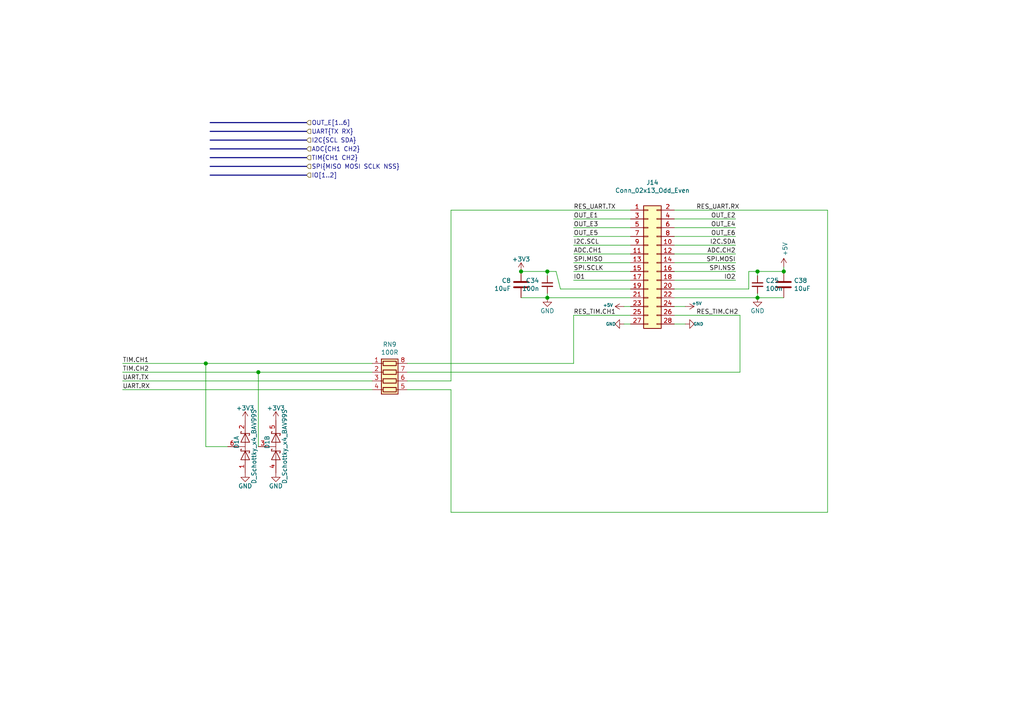
<source format=kicad_sch>
(kicad_sch (version 20210126) (generator eeschema)
  (paper "A4")
  (lib_symbols
    (symbol "Connector_Generic:Conn_02x14_Odd_Even" (pin_names (offset 1.016) hide)
      (property "Reference" "J" (at 1.27 17.78 0))
      (property "Value" "Conn_02x14_Odd_Even" (at 1.27 -20.32 0))
      (symbol "Conn_02x14_Odd_Even_1_1"
        (rectangle (start -1.27 -4.953) (end 0 -5.207) (stroke (width 0.1524)))
        (rectangle (start -1.27 -7.493) (end 0 -7.747) (stroke (width 0.1524)))
        (rectangle (start -1.27 -10.033) (end 0 -10.287) (stroke (width 0.1524)))
        (rectangle (start -1.27 -12.573) (end 0 -12.827) (stroke (width 0.1524)))
        (rectangle (start -1.27 -15.113) (end 0 -15.367) (stroke (width 0.1524)))
        (rectangle (start -1.27 -17.653) (end 0 -17.907) (stroke (width 0.1524)))
        (rectangle (start -1.27 -2.413) (end 0 -2.667) (stroke (width 0.1524)))
        (rectangle (start -1.27 2.667) (end 0 2.413) (stroke (width 0.1524)))
        (rectangle (start -1.27 5.207) (end 0 4.953) (stroke (width 0.1524)))
        (rectangle (start -1.27 7.747) (end 0 7.493) (stroke (width 0.1524)))
        (rectangle (start -1.27 10.287) (end 0 10.033) (stroke (width 0.1524)))
        (rectangle (start -1.27 0.127) (end 0 -0.127) (stroke (width 0.1524)))
        (rectangle (start -1.27 12.827) (end 0 12.573) (stroke (width 0.1524)))
        (rectangle (start -1.27 15.367) (end 0 15.113) (stroke (width 0.1524)))
        (rectangle (start -1.27 16.51) (end 3.81 -19.05) (stroke (width 0.254)) (fill (type background)))
        (rectangle (start 3.81 -4.953) (end 2.54 -5.207) (stroke (width 0.1524)))
        (rectangle (start 3.81 -7.493) (end 2.54 -7.747) (stroke (width 0.1524)))
        (rectangle (start 3.81 -10.033) (end 2.54 -10.287) (stroke (width 0.1524)))
        (rectangle (start 3.81 -12.573) (end 2.54 -12.827) (stroke (width 0.1524)))
        (rectangle (start 3.81 -15.113) (end 2.54 -15.367) (stroke (width 0.1524)))
        (rectangle (start 3.81 -17.653) (end 2.54 -17.907) (stroke (width 0.1524)))
        (rectangle (start 3.81 -2.413) (end 2.54 -2.667) (stroke (width 0.1524)))
        (rectangle (start 3.81 2.667) (end 2.54 2.413) (stroke (width 0.1524)))
        (rectangle (start 3.81 5.207) (end 2.54 4.953) (stroke (width 0.1524)))
        (rectangle (start 3.81 7.747) (end 2.54 7.493) (stroke (width 0.1524)))
        (rectangle (start 3.81 10.287) (end 2.54 10.033) (stroke (width 0.1524)))
        (rectangle (start 3.81 0.127) (end 2.54 -0.127) (stroke (width 0.1524)))
        (rectangle (start 3.81 12.827) (end 2.54 12.573) (stroke (width 0.1524)))
        (rectangle (start 3.81 15.367) (end 2.54 15.113) (stroke (width 0.1524)))
        (pin passive line (at -5.08 15.24 0) (length 3.81) (name "Pin_1") (number "1"))
        (pin passive line (at 7.62 5.08 180) (length 3.81) (name "Pin_10") (number "10"))
        (pin passive line (at -5.08 2.54 0) (length 3.81) (name "Pin_11") (number "11"))
        (pin passive line (at 7.62 2.54 180) (length 3.81) (name "Pin_12") (number "12"))
        (pin passive line (at -5.08 0 0) (length 3.81) (name "Pin_13") (number "13"))
        (pin passive line (at 7.62 0 180) (length 3.81) (name "Pin_14") (number "14"))
        (pin passive line (at -5.08 -2.54 0) (length 3.81) (name "Pin_15") (number "15"))
        (pin passive line (at 7.62 -2.54 180) (length 3.81) (name "Pin_16") (number "16"))
        (pin passive line (at -5.08 -5.08 0) (length 3.81) (name "Pin_17") (number "17"))
        (pin passive line (at 7.62 -5.08 180) (length 3.81) (name "Pin_18") (number "18"))
        (pin passive line (at -5.08 -7.62 0) (length 3.81) (name "Pin_19") (number "19"))
        (pin passive line (at 7.62 15.24 180) (length 3.81) (name "Pin_2") (number "2"))
        (pin passive line (at 7.62 -7.62 180) (length 3.81) (name "Pin_20") (number "20"))
        (pin passive line (at -5.08 -10.16 0) (length 3.81) (name "Pin_21") (number "21"))
        (pin passive line (at 7.62 -10.16 180) (length 3.81) (name "Pin_22") (number "22"))
        (pin passive line (at -5.08 -12.7 0) (length 3.81) (name "Pin_23") (number "23"))
        (pin passive line (at 7.62 -12.7 180) (length 3.81) (name "Pin_24") (number "24"))
        (pin passive line (at -5.08 -15.24 0) (length 3.81) (name "Pin_25") (number "25"))
        (pin passive line (at 7.62 -15.24 180) (length 3.81) (name "Pin_26") (number "26"))
        (pin passive line (at -5.08 -17.78 0) (length 3.81) (name "Pin_27") (number "27"))
        (pin passive line (at 7.62 -17.78 180) (length 3.81) (name "Pin_28") (number "28"))
        (pin passive line (at -5.08 12.7 0) (length 3.81) (name "Pin_3") (number "3"))
        (pin passive line (at 7.62 12.7 180) (length 3.81) (name "Pin_4") (number "4"))
        (pin passive line (at -5.08 10.16 0) (length 3.81) (name "Pin_5") (number "5"))
        (pin passive line (at 7.62 10.16 180) (length 3.81) (name "Pin_6") (number "6"))
        (pin passive line (at -5.08 7.62 0) (length 3.81) (name "Pin_7") (number "7"))
        (pin passive line (at 7.62 7.62 180) (length 3.81) (name "Pin_8") (number "8"))
        (pin passive line (at -5.08 5.08 0) (length 3.81) (name "Pin_9") (number "9"))
      )
    )
    (symbol "Uni_Printer-rescue:C-Device" (pin_numbers hide) (pin_names (offset 0.254))
      (property "Reference" "C" (at 0.635 2.54 0))
      (property "Value" "C-Device" (at 0.635 -2.54 0))
      (symbol "C-Device_0_1"
        (polyline (pts (xy -2.032 -0.762) (xy 2.032 -0.762)) (stroke (width 0.508)))
        (polyline (pts (xy -2.032 0.762) (xy 2.032 0.762)) (stroke (width 0.508)))
      )
      (symbol "C-Device_1_1"
        (pin passive line (at 0 3.81 270) (length 2.794) (name "~") (number "1"))
        (pin passive line (at 0 -3.81 90) (length 2.794) (name "~") (number "2"))
      )
    )
    (symbol "Uni_Printer-rescue:C_Small-Device" (pin_numbers hide) (pin_names (offset 0.254) hide)
      (property "Reference" "C" (at 0.254 1.778 0))
      (property "Value" "C_Small-Device" (at 0.254 -2.032 0))
      (symbol "C_Small-Device_0_1"
        (polyline (pts (xy -1.524 -0.508) (xy 1.524 -0.508)) (stroke (width 0.3302)))
        (polyline (pts (xy -1.524 0.508) (xy 1.524 0.508)) (stroke (width 0.3048)))
      )
      (symbol "C_Small-Device_1_1"
        (pin passive line (at 0 2.54 270) (length 2.032) (name "~") (number "1"))
        (pin passive line (at 0 -2.54 90) (length 2.032) (name "~") (number "2"))
      )
    )
    (symbol "Uni_Printer-rescue:D_Schottky_x4_BAV99S-RESCUE-step2cnc-Sensor_tank_v1-rescue-Uni_General_v1-rescue-Uni_Printer_v1-rescue" (pin_names (offset 0.762) hide)
      (property "Reference" "D" (at 1.27 -2.54 0))
      (property "Value" "D_Schottky_x4_BAV99S-RESCUE-step2cnc-Sensor_tank_v1-rescue-Uni_General_v1-rescue-Uni_Printer_v1-rescue" (at 0 2.54 0))
      (symbol "D_Schottky_x4_BAV99S-RESCUE-step2cnc-Sensor_tank_v1-rescue-Uni_General_v1-rescue-Uni_Printer_v1-rescue_0_1"
        (polyline (pts (xy 0 0) (xy 0 -2.54)))
        (polyline (pts (xy 3.81 0) (xy -3.81 0)))
        (polyline (pts (xy -1.27 -1.27) (xy -1.27 1.27) (xy -1.27 1.27)) (stroke (width 0.2032)))
        (polyline (pts (xy 3.81 1.27) (xy 3.81 -1.27) (xy 3.81 -1.27)) (stroke (width 0.2032)))
        (polyline (pts (xy -1.27 -1.27) (xy -0.762 -1.27) (xy -0.762 -1.016) (xy -0.762 -1.016)) (stroke (width 0.2032)))
        (polyline (pts (xy 3.81 -1.27) (xy 4.318 -1.27) (xy 4.318 -1.016) (xy 4.318 -1.016)) (stroke (width 0.2032)))
        (polyline (pts (xy 3.81 1.27) (xy 3.302 1.27) (xy 3.302 1.016) (xy 3.302 1.016)) (stroke (width 0.2032)))
        (polyline (pts (xy -1.778 1.016) (xy -1.778 1.27) (xy -1.27 1.27) (xy -1.27 1.27) (xy -1.27 1.27)) (stroke (width 0.2032)))
        (polyline (pts (xy -3.81 1.27) (xy -1.27 0) (xy -3.81 -1.27) (xy -3.81 1.27) (xy -3.81 1.27) (xy -3.81 1.27)) (stroke (width 0.2032)))
        (polyline (pts (xy 1.27 1.27) (xy 3.81 0) (xy 1.27 -1.27) (xy 1.27 1.27) (xy 1.27 1.27) (xy 1.27 1.27)) (stroke (width 0.2032)))
      )
      (symbol "D_Schottky_x4_BAV99S-RESCUE-step2cnc-Sensor_tank_v1-rescue-Uni_General_v1-rescue-Uni_Printer_v1-rescue_1_1"
        (pin passive line (at -7.62 0 0) (length 3.81) (name "A") (number "1"))
        (pin passive line (at 7.62 0 180) (length 3.81) (name "K") (number "2"))
        (pin passive line (at 0 -5.08 90) (length 2.54) (name "C") (number "6"))
      )
      (symbol "D_Schottky_x4_BAV99S-RESCUE-step2cnc-Sensor_tank_v1-rescue-Uni_General_v1-rescue-Uni_Printer_v1-rescue_2_1"
        (pin passive line (at 0 -5.08 90) (length 2.54) (name "C") (number "3"))
        (pin passive line (at -7.62 0 0) (length 3.81) (name "A") (number "4"))
        (pin passive line (at 7.62 0 180) (length 3.81) (name "K") (number "5"))
      )
    )
    (symbol "Uni_Printer-rescue:GND-Sensor_tank_v1-rescue-Uni_General_v1-rescue-Uni_Printer_v1-rescue" (power) (pin_names (offset 0))
      (property "Value" "GND-Sensor_tank_v1-rescue-Uni_General_v1-rescue-Uni_Printer_v1-rescue" (at 0 -3.81 0))
      (symbol "GND-Sensor_tank_v1-rescue-Uni_General_v1-rescue-Uni_Printer_v1-rescue_0_1"
        (polyline (pts (xy 0 0) (xy 0 -1.27) (xy 1.27 -1.27) (xy 0 -2.54) (xy -1.27 -1.27) (xy 0 -1.27)))
      )
      (symbol "GND-Sensor_tank_v1-rescue-Uni_General_v1-rescue-Uni_Printer_v1-rescue_1_1"
        (pin power_in line (at 0 0 270) (length 0) hide (name "GND") (number "1"))
      )
    )
    (symbol "Uni_Printer-rescue:R_Pack04-Device" (pin_names (offset 0) hide)
      (property "Reference" "RN" (at -7.62 0 90))
      (property "Value" "R_Pack04-Device" (at 5.08 0 90))
      (symbol "R_Pack04-Device_0_1"
        (rectangle (start -5.715 1.905) (end -4.445 -1.905) (stroke (width 0.254)))
        (rectangle (start -3.175 1.905) (end -1.905 -1.905) (stroke (width 0.254)))
        (rectangle (start -0.635 1.905) (end 0.635 -1.905) (stroke (width 0.254)))
        (rectangle (start 1.905 1.905) (end 3.175 -1.905) (stroke (width 0.254)))
        (rectangle (start -6.35 -2.413) (end 3.81 2.413) (stroke (width 0.254)) (fill (type background)))
        (polyline (pts (xy -5.08 -2.54) (xy -5.08 -1.905)))
        (polyline (pts (xy -5.08 1.905) (xy -5.08 2.54)))
        (polyline (pts (xy -2.54 -2.54) (xy -2.54 -1.905)))
        (polyline (pts (xy -2.54 1.905) (xy -2.54 2.54)))
        (polyline (pts (xy 0 -2.54) (xy 0 -1.905)))
        (polyline (pts (xy 0 1.905) (xy 0 2.54)))
        (polyline (pts (xy 2.54 -2.54) (xy 2.54 -1.905)))
        (polyline (pts (xy 2.54 1.905) (xy 2.54 2.54)))
      )
      (symbol "R_Pack04-Device_1_1"
        (pin passive line (at -5.08 -5.08 90) (length 2.54) (name "R1.1") (number "1"))
        (pin passive line (at -2.54 -5.08 90) (length 2.54) (name "R2.1") (number "2"))
        (pin passive line (at 0 -5.08 90) (length 2.54) (name "R3.1") (number "3"))
        (pin passive line (at 2.54 -5.08 90) (length 2.54) (name "R4.1") (number "4"))
        (pin passive line (at 2.54 5.08 270) (length 2.54) (name "R4.2") (number "5"))
        (pin passive line (at 0 5.08 270) (length 2.54) (name "R3.2") (number "6"))
        (pin passive line (at -2.54 5.08 270) (length 2.54) (name "R2.2") (number "7"))
        (pin passive line (at -5.08 5.08 270) (length 2.54) (name "R1.2") (number "8"))
      )
    )
    (symbol "mfc_base_lib:+5V" (power) (pin_names (offset 0))
      (property "Value" "+5V" (at 0 3.556 0))
      (symbol "+5V_0_1"
        (polyline (pts (xy -0.762 1.27) (xy 0 2.54)))
        (polyline (pts (xy 0 0) (xy 0 2.54)))
        (polyline (pts (xy 0 2.54) (xy 0.762 1.27)))
      )
      (symbol "+5V_1_1"
        (pin power_in line (at 0 0 90) (length 0) hide (name "+5V") (number "1"))
      )
    )
    (symbol "power:+3V3" (power) (pin_names (offset 0))
      (property "Value" "+3V3" (at 0 3.556 0))
      (symbol "+3V3_0_1"
        (polyline (pts (xy -0.762 1.27) (xy 0 2.54)))
        (polyline (pts (xy 0 0) (xy 0 2.54)))
        (polyline (pts (xy 0 2.54) (xy 0.762 1.27)))
      )
      (symbol "+3V3_1_1"
        (pin power_in line (at 0 0 90) (length 0) hide (name "+3V3") (number "1"))
      )
    )
  )
  (junction (at 59.69 105.41) (diameter 1.016))
  (junction (at 74.93 107.95) (diameter 1.016))
  (junction (at 151.13 78.74) (diameter 1.016))
  (junction (at 158.75 78.74) (diameter 1.016))
  (junction (at 158.75 86.36) (diameter 1.016))
  (junction (at 219.71 78.74) (diameter 1.016))
  (junction (at 219.71 86.36) (diameter 1.016))
  (junction (at 227.33 78.74) (diameter 1.016))
  (wire (pts (xy 35.56 105.41) (xy 59.69 105.41)))
  (wire (pts (xy 35.56 107.95) (xy 74.93 107.95)))
  (wire (pts (xy 35.56 110.49) (xy 107.95 110.49)))
  (wire (pts (xy 35.56 113.03) (xy 107.95 113.03)))
  (wire (pts (xy 59.69 105.41) (xy 107.95 105.41)))
  (wire (pts (xy 59.69 129.54) (xy 59.69 105.41)))
  (wire (pts (xy 66.04 129.54) (xy 59.69 129.54)))
  (wire (pts (xy 74.93 107.95) (xy 74.93 129.54)))
  (wire (pts (xy 74.93 107.95) (xy 107.95 107.95)))
  (wire (pts (xy 118.11 105.41) (xy 166.37 105.41)))
  (wire (pts (xy 118.11 107.95) (xy 214.63 107.95)))
  (wire (pts (xy 118.11 113.03) (xy 130.81 113.03)))
  (wire (pts (xy 130.81 60.96) (xy 130.81 110.49)))
  (wire (pts (xy 130.81 110.49) (xy 118.11 110.49)))
  (wire (pts (xy 130.81 113.03) (xy 130.81 148.59)))
  (wire (pts (xy 130.81 148.59) (xy 240.03 148.59)))
  (wire (pts (xy 158.75 78.74) (xy 151.13 78.74)))
  (wire (pts (xy 158.75 78.74) (xy 158.75 80.01)))
  (wire (pts (xy 158.75 78.74) (xy 161.29 78.74)))
  (wire (pts (xy 158.75 85.09) (xy 158.75 86.36)))
  (wire (pts (xy 158.75 86.36) (xy 151.13 86.36)))
  (wire (pts (xy 158.75 86.36) (xy 182.88 86.36)))
  (wire (pts (xy 161.29 78.74) (xy 162.56 83.82)))
  (wire (pts (xy 162.56 83.82) (xy 182.88 83.82)))
  (wire (pts (xy 166.37 63.5) (xy 182.88 63.5)))
  (wire (pts (xy 166.37 66.04) (xy 182.88 66.04)))
  (wire (pts (xy 166.37 68.58) (xy 182.88 68.58)))
  (wire (pts (xy 166.37 71.12) (xy 182.88 71.12)))
  (wire (pts (xy 166.37 73.66) (xy 182.88 73.66)))
  (wire (pts (xy 166.37 76.2) (xy 182.88 76.2)))
  (wire (pts (xy 166.37 78.74) (xy 182.88 78.74)))
  (wire (pts (xy 166.37 81.28) (xy 182.88 81.28)))
  (wire (pts (xy 166.37 91.44) (xy 166.37 105.41)))
  (wire (pts (xy 180.975 88.9) (xy 182.88 88.9)))
  (wire (pts (xy 180.975 93.98) (xy 182.88 93.98)))
  (wire (pts (xy 182.88 60.96) (xy 130.81 60.96)))
  (wire (pts (xy 182.88 91.44) (xy 166.37 91.44)))
  (wire (pts (xy 195.58 63.5) (xy 213.36 63.5)))
  (wire (pts (xy 195.58 66.04) (xy 213.36 66.04)))
  (wire (pts (xy 195.58 68.58) (xy 213.36 68.58)))
  (wire (pts (xy 195.58 71.12) (xy 213.36 71.12)))
  (wire (pts (xy 195.58 73.66) (xy 213.36 73.66)))
  (wire (pts (xy 195.58 76.2) (xy 213.36 76.2)))
  (wire (pts (xy 195.58 78.74) (xy 213.36 78.74)))
  (wire (pts (xy 195.58 81.28) (xy 213.36 81.28)))
  (wire (pts (xy 195.58 86.36) (xy 219.71 86.36)))
  (wire (pts (xy 195.58 88.9) (xy 198.755 88.9)))
  (wire (pts (xy 195.58 93.98) (xy 198.755 93.98)))
  (wire (pts (xy 214.63 91.44) (xy 195.58 91.44)))
  (wire (pts (xy 214.63 107.95) (xy 214.63 91.44)))
  (wire (pts (xy 217.17 78.74) (xy 217.17 83.82)))
  (wire (pts (xy 217.17 83.82) (xy 195.58 83.82)))
  (wire (pts (xy 219.71 78.74) (xy 217.17 78.74)))
  (wire (pts (xy 219.71 78.74) (xy 219.71 80.01)))
  (wire (pts (xy 219.71 78.74) (xy 227.33 78.74)))
  (wire (pts (xy 219.71 85.09) (xy 219.71 86.36)))
  (wire (pts (xy 219.71 86.36) (xy 227.33 86.36)))
  (wire (pts (xy 227.33 77.47) (xy 227.33 78.74)))
  (wire (pts (xy 240.03 60.96) (xy 195.58 60.96)))
  (wire (pts (xy 240.03 148.59) (xy 240.03 60.96)))
  (bus (pts (xy 60.96 35.56) (xy 88.9 35.56)))
  (bus (pts (xy 60.96 38.1) (xy 88.9 38.1)))
  (bus (pts (xy 60.96 40.64) (xy 88.9 40.64)))
  (bus (pts (xy 60.96 43.18) (xy 88.9 43.18)))
  (bus (pts (xy 60.96 45.72) (xy 88.9 45.72)))
  (bus (pts (xy 60.96 48.26) (xy 88.9 48.26)))
  (bus (pts (xy 60.96 50.8) (xy 88.9 50.8)))
  (label "TIM.CH1" (at 35.56 105.41 0))
  (label "TIM.CH2" (at 35.56 107.95 0))
  (label "UART.TX" (at 35.56 110.49 0))
  (label "UART.RX" (at 35.56 113.03 0))
  (label "RES_UART.TX" (at 166.37 60.96 0))
  (label "OUT_E1" (at 166.37 63.5 0))
  (label "OUT_E3" (at 166.37 66.04 0))
  (label "OUT_E5" (at 166.37 68.58 0))
  (label "I2C.SCL" (at 166.37 71.12 0))
  (label "ADC.CH1" (at 166.37 73.66 0))
  (label "SPI.MISO" (at 166.37 76.2 0))
  (label "SPI.SCLK" (at 166.37 78.74 0))
  (label "IO1" (at 166.37 81.28 0))
  (label "RES_TIM.CH1" (at 166.37 91.44 0))
  (label "RES_UART.RX" (at 201.93 60.96 0))
  (label "RES_TIM.CH2" (at 201.93 91.44 0))
  (label "OUT_E2" (at 213.36 63.5 180))
  (label "OUT_E4" (at 213.36 66.04 180))
  (label "OUT_E6" (at 213.36 68.58 180))
  (label "I2C.SDA" (at 213.36 71.12 180))
  (label "ADC.CH2" (at 213.36 73.66 180))
  (label "SPI.MOSI" (at 213.36 76.2 180))
  (label "SPI.NSS" (at 213.36 78.74 180))
  (label "IO2" (at 213.36 81.28 180))
  (hierarchical_label "OUT_E[1..6]" (shape input) (at 88.9 35.56 0))
  (hierarchical_label "UART{TX RX}" (shape input) (at 88.9 38.1 0))
  (hierarchical_label "I2C{SCL SDA}" (shape input) (at 88.9 40.64 0))
  (hierarchical_label "ADC{CH1 CH2}" (shape input) (at 88.9 43.18 0))
  (hierarchical_label "TIM{CH1 CH2}" (shape input) (at 88.9 45.72 0))
  (hierarchical_label "SPI{MISO MOSI SCLK NSS}" (shape input) (at 88.9 48.26 0))
  (hierarchical_label "IO[1..2]" (shape input) (at 88.9 50.8 0))
  (symbol (lib_id "power:+3V3") (at 71.12 121.92 0) (mirror y) (unit 1)
    (property "Reference" "#PWR0113" (effects hide))
    (property "Value" "+3.3V" (at 71.12 118.364 0))
  )
  (symbol (lib_id "power:+3V3") (at 80.01 121.92 0) (mirror y) (unit 1)
    (property "Reference" "#PWR0115" (effects hide))
    (property "Value" "+3.3V" (at 80.01 118.364 0))
  )
  (symbol (lib_id "power:+3V3") (at 151.13 78.74 0) (mirror y) (unit 1)
    (property "Reference" "#PWR0104" (effects hide))
    (property "Value" "+3.3V" (at 151.13 75.184 0))
  )
  (symbol (lib_id "mfc_base_lib:+5V") (at 180.975 88.9 90) (unit 1)
    (property "Reference" "#PWR0107" (effects hide))
    (property "Value" "+5V" (at 177.8 88.519 90) (effects (font (size 0.9 0.9)) (justify left)))
  )
  (symbol (lib_id "mfc_base_lib:+5V") (at 198.755 88.9 270) (unit 1)
    (property "Reference" "#PWR0111" (effects hide))
    (property "Value" "+5V" (at 200.66 88.011 90) (effects (font (size 0.9 0.9)) (justify left)))
  )
  (symbol (lib_id "mfc_base_lib:+5V") (at 227.33 77.47 0) (unit 1)
    (property "Reference" "#PWR0109" (effects hide))
    (property "Value" "+5V" (at 227.711 74.295 90) (effects (justify left)))
  )
  (symbol (lib_id "Uni_Printer-rescue:GND-Sensor_tank_v1-rescue-Uni_General_v1-rescue-Uni_Printer_v1-rescue") (at 71.12 137.16 0) (mirror y) (unit 1)
    (property "Reference" "#PWR0114" (effects hide))
    (property "Value" "GND" (at 71.12 140.97 0))
  )
  (symbol (lib_id "Uni_Printer-rescue:GND-Sensor_tank_v1-rescue-Uni_General_v1-rescue-Uni_Printer_v1-rescue") (at 80.01 137.16 0) (mirror y) (unit 1)
    (property "Reference" "#PWR0121" (effects hide))
    (property "Value" "GND" (at 80.01 140.97 0))
  )
  (symbol (lib_id "Uni_Printer-rescue:GND-Sensor_tank_v1-rescue-Uni_General_v1-rescue-Uni_Printer_v1-rescue") (at 158.75 86.36 0) (mirror y) (unit 1)
    (property "Reference" "#PWR0106" (effects hide))
    (property "Value" "GND" (at 158.75 90.17 0))
  )
  (symbol (lib_id "Uni_Printer-rescue:GND-Sensor_tank_v1-rescue-Uni_General_v1-rescue-Uni_Printer_v1-rescue") (at 180.975 93.98 270) (mirror x) (unit 1)
    (property "Reference" "#PWR0108" (effects hide))
    (property "Value" "GND" (at 177.165 93.98 90) (effects (font (size 0.9 0.9))))
  )
  (symbol (lib_id "Uni_Printer-rescue:GND-Sensor_tank_v1-rescue-Uni_General_v1-rescue-Uni_Printer_v1-rescue") (at 198.755 93.98 90) (mirror x) (unit 1)
    (property "Reference" "#PWR0112" (effects hide))
    (property "Value" "GND" (at 202.565 93.98 90) (effects (font (size 0.9 0.9))))
  )
  (symbol (lib_id "Uni_Printer-rescue:GND-Sensor_tank_v1-rescue-Uni_General_v1-rescue-Uni_Printer_v1-rescue") (at 219.71 86.36 0) (unit 1)
    (property "Reference" "#PWR0110" (effects hide))
    (property "Value" "GND" (at 219.71 90.17 0))
  )
  (symbol (lib_id "Uni_Printer-rescue:C_Small-Device") (at 158.75 82.55 0) (mirror y) (unit 1)
    (property "Reference" "C34" (at 156.4132 81.3816 0) (effects (justify left)))
    (property "Value" "100n" (at 156.4132 83.693 0) (effects (justify left)))
    (property "Footprint" "Capacitor_SMD:C_0603_1608Metric" (effects hide))
  )
  (symbol (lib_id "Uni_Printer-rescue:C_Small-Device") (at 219.71 82.55 0) (unit 1)
    (property "Reference" "C25" (at 222.0468 81.3816 0) (effects (justify left)))
    (property "Value" "100n" (at 222.0468 83.693 0) (effects (justify left)))
    (property "Footprint" "Capacitor_SMD:C_0603_1608Metric" (effects hide))
  )
  (symbol (lib_id "Uni_Printer-rescue:C-Device") (at 151.13 82.55 0) (mirror y) (unit 1)
    (property "Reference" "C8" (at 148.209 81.3816 0) (effects (justify left)))
    (property "Value" "10uF" (at 148.209 83.693 0) (effects (justify left)))
    (property "Footprint" "Capacitor_SMD:C_0603_1608Metric" (effects hide))
  )
  (symbol (lib_id "Uni_Printer-rescue:C-Device") (at 227.33 82.55 0) (unit 1)
    (property "Reference" "C38" (at 230.251 81.3816 0) (effects (justify left)))
    (property "Value" "10uF" (at 230.251 83.693 0) (effects (justify left)))
    (property "Footprint" "Capacitor_SMD:C_0603_1608Metric" (effects hide))
  )
  (symbol (lib_id "Uni_Printer-rescue:D_Schottky_x4_BAV99S-RESCUE-step2cnc-Sensor_tank_v1-rescue-Uni_General_v1-rescue-Uni_Printer_v1-rescue") (at 71.12 129.54 270) (mirror x) (unit 1)
    (property "Reference" "D1" (at 68.58 128.27 0))
    (property "Value" "D_Schottky_x4_BAV99S" (at 73.66 129.54 0))
    (property "Footprint" "moje:SOT-363" (effects hide))
    (property "TME" "BAV99S.115" (effects hide))
  )
  (symbol (lib_id "Uni_Printer-rescue:D_Schottky_x4_BAV99S-RESCUE-step2cnc-Sensor_tank_v1-rescue-Uni_General_v1-rescue-Uni_Printer_v1-rescue") (at 80.01 129.54 270) (mirror x) (unit 2)
    (property "Reference" "D1" (at 77.47 128.27 0))
    (property "Value" "D_Schottky_x4_BAV99S" (at 82.55 129.54 0))
    (property "Footprint" "moje:SOT-363" (effects hide))
    (property "TME" "BAV99S.115" (effects hide))
  )
  (symbol (lib_id "Uni_Printer-rescue:R_Pack04-Device") (at 113.03 110.49 270) (unit 1)
    (property "Reference" "RN9" (at 113.03 99.8982 90))
    (property "Value" "100R" (at 113.03 102.2096 90))
    (property "Footprint" "moje:R_Array_Convex_4x0603" (effects hide))
    (property "TME" "DR1206-100R-4/8" (effects hide))
  )
  (symbol (lib_id "Connector_Generic:Conn_02x14_Odd_Even") (at 187.96 76.2 0) (unit 1)
    (property "Reference" "J14" (at 189.23 52.9336 0))
    (property "Value" "Conn_02x13_Odd_Even" (at 189.23 55.245 0))
    (property "Footprint" "Connector_PinHeader_2.54mm:PinHeader_2x14_P2.54mm_Vertical" (effects hide))
  )
)
</source>
